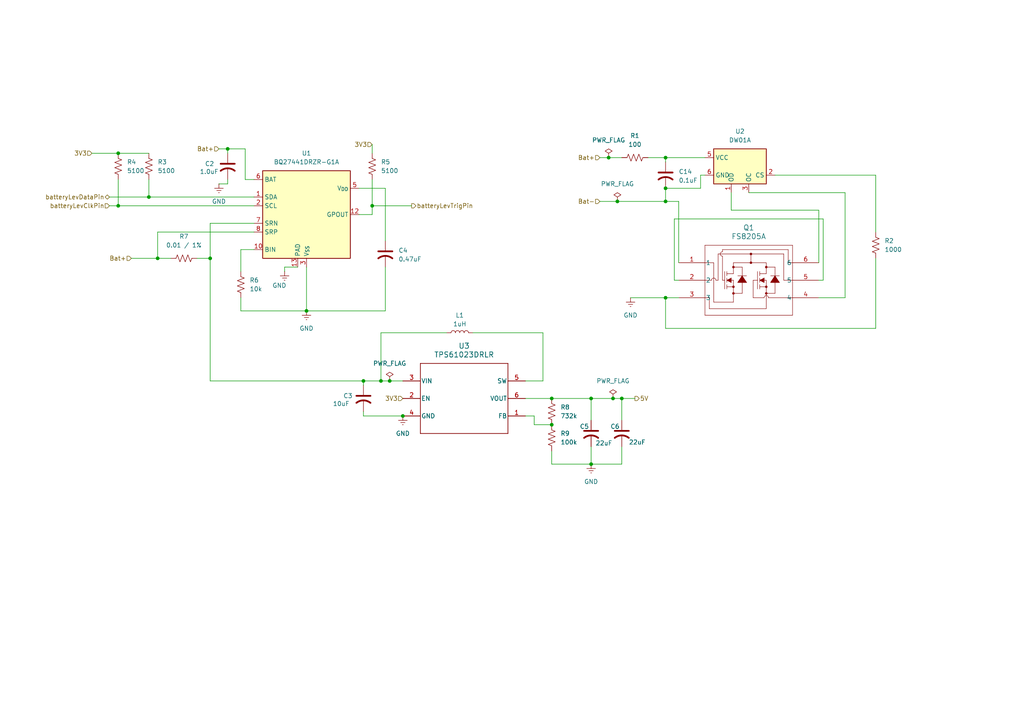
<source format=kicad_sch>
(kicad_sch (version 20250114) (generator "eeschema") (generator_version "9.0")
  (paper "A4")
  (lib_symbols
    (symbol "Battery_Management:BQ27441DRZR-G1A"
      (property "Reference" "U" (at -5.08 15.875 0))
      (property "Value" "BQ27441DRZR-G1A" (at -5.08 13.97 0))
      (symbol "BQ27441DRZR-G1A_0_1"
        (rectangle (start -12.7 12.7) (end 12.7 -12.7) (stroke (width 0.254)) (fill (type background)))
      )
      (symbol "BQ27441DRZR-G1A_1_1"
        (pin power_in line (at -15.24 10.16 0) (length 2.54) (name "BAT") (number "6"))
        (pin bidirectional line (at -15.24 5.08 0) (length 2.54) (name "SDA") (number "1"))
        (pin input line (at -15.24 2.54 0) (length 2.54) (name "SCL") (number "2"))
        (pin input line (at -15.24 -2.54 0) (length 2.54) (name "SRN") (number "7"))
        (pin input line (at -15.24 -5.08 0) (length 2.54) (name "SRP") (number "8"))
        (pin input line (at -15.24 -10.16 0) (length 2.54) (name "BIN") (number "10"))
        (pin power_in line (at -2.54 -15.24 90) (length 2.54) (name "PAD") (number "13"))
        (pin power_in line (at 0 -15.24 90) (length 2.54) (name "V_{SS}") (number "3"))
        (pin no_connect line (at 10.16 -2.54 180) (length 2.54) (hide yes) (name "NC") (number "11"))
        (pin no_connect line (at 10.16 -5.08 180) (length 2.54) (hide yes) (name "NC") (number "9"))
        (pin no_connect line (at 10.16 -7.62 180) (length 2.54) (hide yes) (name "NC") (number "4"))
        (pin power_out line (at 15.24 7.62 180) (length 2.54) (name "V_{DD}") (number "5"))
        (pin output line (at 15.24 0 180) (length 2.54) (name "GPOUT") (number "12"))
      )
    )
    (symbol "Battery_Management:DW01A"
      (property "Reference" "U2" (at 0 10.16 0))
      (property "Value" "DW01A" (at 0 7.62 0))
      (symbol "DW01A_0_1"
        (pin power_in line (at -10.16 -2.54 0) (length 2.54) (name "GND") (number "6"))
        (pin output line (at -2.54 -7.62 90) (length 2.54) (name "OD") (number "1"))
        (pin output line (at 2.54 -7.62 90) (length 2.54) (name "OC") (number "3"))
        (pin input line (at 10.16 -2.54 180) (length 2.54) (name "CS") (number "2"))
      )
      (symbol "DW01A_1_1"
        (rectangle (start -7.62 5.08) (end 7.62 -5.08) (stroke (width 0.254)) (fill (type background)))
        (pin passive line (at -10.16 2.54 0) (length 2.54) (name "VCC") (number "5"))
        (pin no_connect line (at 10.16 2.54 180) (length 2.54) (hide yes) (name "TD") (number "4"))
      )
    )
    (symbol "Device:C_US" (pin_numbers (hide yes)) (pin_names (offset 0.254) (hide yes))
      (property "Reference" "C" (at 0.635 2.54 0))
      (property "Value" "C_US" (at 0.635 -2.54 0))
      (symbol "C_US_0_1"
        (polyline (pts (xy -2.032 0.762) (xy 2.032 0.762)) (stroke (width 0.508)))
        (arc (start -2.032 -1.27) (mid 0 -0.5572) (end 2.032 -1.27) (stroke (width 0.508)))
      )
      (symbol "C_US_1_1"
        (pin passive line (at 0 3.81 270) (length 2.794) (name "~") (number "1"))
        (pin passive line (at 0 -3.81 90) (length 3.302) (name "~") (number "2"))
      )
    )
    (symbol "Device:L" (pin_numbers (hide yes)) (pin_names (offset 1.016) (hide yes))
      (property "Reference" "L" (at -1.27 0 90))
      (property "Value" "L" (at 1.905 0 90))
      (symbol "L_0_1"
        (arc (start 0 2.54) (mid 0.6323 1.905) (end 0 1.27))
        (arc (start 0 1.27) (mid 0.6323 0.635) (end 0 0))
        (arc (start 0 0) (mid 0.6323 -0.635) (end 0 -1.27))
        (arc (start 0 -1.27) (mid 0.6323 -1.905) (end 0 -2.54))
      )
      (symbol "L_1_1"
        (pin passive line (at 0 3.81 270) (length 1.27) (name "1") (number "1"))
        (pin passive line (at 0 -3.81 90) (length 1.27) (name "2") (number "2"))
      )
    )
    (symbol "Device:R_US" (pin_numbers (hide yes)) (pin_names (offset 0))
      (property "Reference" "R" (at 2.54 0 90))
      (property "Value" "R_US" (at -2.54 0 90))
      (symbol "R_US_0_1"
        (polyline (pts (xy 0 2.286) (xy 0 2.54)))
        (polyline (pts (xy 0 2.286) (xy 1.016 1.905) (xy 0 1.524) (xy -1.016 1.143) (xy 0 0.762)))
        (polyline (pts (xy 0 0.762) (xy 1.016 0.381) (xy 0 0) (xy -1.016 -0.381) (xy 0 -0.762)))
        (polyline (pts (xy 0 -0.762) (xy 1.016 -1.143) (xy 0 -1.524) (xy -1.016 -1.905) (xy 0 -2.286)))
        (polyline (pts (xy 0 -2.286) (xy 0 -2.54)))
      )
      (symbol "R_US_1_1"
        (pin passive line (at 0 3.81 270) (length 1.27) (name "~") (number "1"))
        (pin passive line (at 0 -3.81 90) (length 1.27) (name "~") (number "2"))
      )
    )
    (symbol "FS8205A:FS8205A" (pin_names (offset 0.254))
      (property "Reference" "Q1" (at 20.32 10.16 0))
      (property "Value" "FS8205A" (at 20.32 7.62 0))
      (symbol "FS8205A_0_1"
        (polyline (pts (xy 7.62 5.08) (xy 7.62 -15.24)) (stroke (width 0.127)))
        (polyline (pts (xy 7.62 0) (xy 10.16 0)) (stroke (width 0.127)))
        (polyline (pts (xy 7.62 -5.08) (xy 9.525 -5.08)) (stroke (width 0.127)))
        (polyline (pts (xy 7.62 -10.16) (xy 8.89 -10.16)) (stroke (width 0.127)))
        (polyline (pts (xy 7.62 -15.24) (xy 33.02 -15.24)) (stroke (width 0.127)))
        (polyline (pts (xy 8.89 -13.335) (xy 8.89 -10.16)) (stroke (width 0.127)))
        (polyline (pts (xy 8.89 -13.335) (xy 25.4 -13.335)) (stroke (width 0.127)))
        (polyline (pts (xy 10.16 0) (xy 10.16 -11.43)) (stroke (width 0.127)))
        (arc (start 9.525 -5.08) (mid 10.16 -4.4477) (end 10.795 -5.08) (stroke (width 0.127)))
        (polyline (pts (xy 10.16 -11.43) (xy 15.875 -11.43)) (stroke (width 0.127)))
        (polyline (pts (xy 10.795 -5.08) (xy 11.43 -5.08)) (stroke (width 0.127)))
        (polyline (pts (xy 11.43 2.54) (xy 30.48 2.54)) (stroke (width 0.127)))
        (polyline (pts (xy 11.43 -5.08) (xy 11.43 2.54)) (stroke (width 0.127)))
        (polyline (pts (xy 12.7 3.81) (xy 12.7 3.175)) (stroke (width 0.127)))
        (polyline (pts (xy 12.7 1.905) (xy 12.7 -5.08)) (stroke (width 0.127)))
        (polyline (pts (xy 12.7 -5.08) (xy 13.335 -5.08)) (stroke (width 0.127)))
        (arc (start 12.7 1.905) (mid 12.0677 2.54) (end 12.7 3.175) (stroke (width 0.127)))
        (polyline (pts (xy 13.335 -2.54) (xy 13.335 -7.62)) (stroke (width 0.127)))
        (polyline (pts (xy 13.97 -2.54) (xy 13.97 -3.81)) (stroke (width 0.127)))
        (polyline (pts (xy 13.97 -3.175) (xy 15.875 -3.175)) (stroke (width 0.127)))
        (polyline (pts (xy 13.97 -4.445) (xy 13.97 -5.715)) (stroke (width 0.127)))
        (polyline (pts (xy 13.97 -5.08) (xy 15.24 -4.445)) (stroke (width 0.127)))
        (polyline (pts (xy 13.97 -5.08) (xy 15.875 -5.08)) (stroke (width 0.127)))
        (polyline (pts (xy 13.97 -5.08) (xy 15.24 -5.715) (xy 15.24 -4.445)) (fill (type outline)))
        (polyline (pts (xy 13.97 -6.35) (xy 13.97 -7.62)) (stroke (width 0.127)))
        (polyline (pts (xy 13.97 -6.985) (xy 15.875 -6.985)) (stroke (width 0.127)))
        (polyline (pts (xy 15.24 -4.445) (xy 15.24 -5.715)) (stroke (width 0.127)))
        (polyline (pts (xy 15.24 -5.715) (xy 13.97 -5.08)) (stroke (width 0.127)))
        (polyline (pts (xy 15.875 0) (xy 15.875 -3.175)) (stroke (width 0.127)))
        (polyline (pts (xy 15.875 -1.27) (xy 18.415 -1.27)) (stroke (width 0.127)))
        (circle (center 15.875 -1.27) (radius 0.2032) (stroke (width 0.3048)))
        (polyline (pts (xy 15.875 -5.08) (xy 15.875 -11.43)) (stroke (width 0.127)))
        (circle (center 15.875 -6.985) (radius 0.2032) (stroke (width 0.3048)))
        (circle (center 15.875 -8.89) (radius 0.2032) (stroke (width 0.3048)))
        (polyline (pts (xy 17.145 -3.81) (xy 19.685 -3.81)) (stroke (width 0.127)))
        (polyline (pts (xy 17.145 -5.715) (xy 19.685 -5.715)) (stroke (width 0.127)))
        (polyline (pts (xy 18.415 -1.27) (xy 18.415 -8.89)) (stroke (width 0.127)))
        (polyline (pts (xy 18.415 -3.81) (xy 17.145 -5.715)) (stroke (width 0.127)))
        (polyline (pts (xy 18.415 -3.81) (xy 19.685 -5.715)) (stroke (width 0.127)))
        (polyline (pts (xy 18.415 -3.81) (xy 17.145 -5.715) (xy 19.685 -5.715)) (fill (type outline)))
        (polyline (pts (xy 18.415 -8.89) (xy 15.875 -8.89)) (stroke (width 0.127)))
        (circle (center 20.955 2.54) (radius 0.2032) (stroke (width 0.3048)))
        (polyline (pts (xy 20.955 0) (xy 20.955 2.54)) (stroke (width 0.127)))
        (circle (center 20.955 0) (radius 0.2032) (stroke (width 0.3048)))
        (polyline (pts (xy 21.59 -5.08) (xy 22.86 -5.08)) (stroke (width 0.127)))
        (polyline (pts (xy 21.59 -10.16) (xy 21.59 -5.08)) (stroke (width 0.127)))
        (polyline (pts (xy 21.59 -10.16) (xy 24.765 -10.16)) (stroke (width 0.127)))
        (polyline (pts (xy 22.86 -2.54) (xy 22.86 -7.62)) (stroke (width 0.127)))
        (polyline (pts (xy 23.495 -2.54) (xy 23.495 -3.81)) (stroke (width 0.127)))
        (polyline (pts (xy 23.495 -3.175) (xy 25.4 -3.175)) (stroke (width 0.127)))
        (polyline (pts (xy 23.495 -4.445) (xy 23.495 -5.715)) (stroke (width 0.127)))
        (polyline (pts (xy 23.495 -5.08) (xy 24.765 -4.445)) (stroke (width 0.127)))
        (polyline (pts (xy 23.495 -5.08) (xy 25.4 -5.08)) (stroke (width 0.127)))
        (polyline (pts (xy 23.495 -5.08) (xy 24.765 -5.715) (xy 24.765 -4.445)) (fill (type outline)))
        (polyline (pts (xy 23.495 -6.35) (xy 23.495 -7.62)) (stroke (width 0.127)))
        (polyline (pts (xy 23.495 -6.985) (xy 25.4 -6.985)) (stroke (width 0.127)))
        (polyline (pts (xy 24.765 -4.445) (xy 24.765 -5.715)) (stroke (width 0.127)))
        (polyline (pts (xy 24.765 -5.715) (xy 23.495 -5.08)) (stroke (width 0.127)))
        (polyline (pts (xy 25.4 0) (xy 15.875 0)) (stroke (width 0.127)))
        (polyline (pts (xy 25.4 0) (xy 25.4 -3.175)) (stroke (width 0.127)))
        (polyline (pts (xy 25.4 -1.27) (xy 27.94 -1.27)) (stroke (width 0.127)))
        (circle (center 25.4 -1.27) (radius 0.2032) (stroke (width 0.3048)))
        (polyline (pts (xy 25.4 -5.08) (xy 25.4 -13.335)) (stroke (width 0.127)))
        (circle (center 25.4 -6.985) (radius 0.2032) (stroke (width 0.3048)))
        (circle (center 25.4 -8.89) (radius 0.2032) (stroke (width 0.3048)))
        (arc (start 24.765 -10.16) (mid 25.4 -9.5277) (end 26.035 -10.16) (stroke (width 0.127)))
        (polyline (pts (xy 26.67 -3.81) (xy 29.21 -3.81)) (stroke (width 0.127)))
        (polyline (pts (xy 26.67 -5.715) (xy 29.21 -5.715)) (stroke (width 0.127)))
        (polyline (pts (xy 27.94 -1.27) (xy 27.94 -8.89)) (stroke (width 0.127)))
        (polyline (pts (xy 27.94 -3.81) (xy 26.67 -5.715)) (stroke (width 0.127)))
        (polyline (pts (xy 27.94 -3.81) (xy 29.21 -5.715)) (stroke (width 0.127)))
        (polyline (pts (xy 27.94 -3.81) (xy 26.67 -5.715) (xy 29.21 -5.715)) (fill (type outline)))
        (polyline (pts (xy 27.94 -8.89) (xy 25.4 -8.89)) (stroke (width 0.127)))
        (polyline (pts (xy 30.48 2.54) (xy 30.48 -5.08)) (stroke (width 0.127)))
        (polyline (pts (xy 30.48 -5.08) (xy 33.02 -5.08)) (stroke (width 0.127)))
        (polyline (pts (xy 31.75 3.81) (xy 12.7 3.81)) (stroke (width 0.127)))
        (polyline (pts (xy 31.75 3.81) (xy 31.75 0)) (stroke (width 0.127)))
        (polyline (pts (xy 33.02 5.08) (xy 7.62 5.08)) (stroke (width 0.127)))
        (polyline (pts (xy 33.02 0) (xy 31.75 0)) (stroke (width 0.127)))
        (polyline (pts (xy 33.02 -10.16) (xy 26.035 -10.16)) (stroke (width 0.127)))
        (polyline (pts (xy 33.02 -15.24) (xy 33.02 5.08)) (stroke (width 0.127)))
      )
      (symbol "FS8205A_1_1"
        (pin power_in line (at 0 0 0) (length 7.62) (name "1") (number "1"))
        (pin passive line (at 0 -5.08 0) (length 7.62) (name "2") (number "2"))
        (pin power_out line (at 0 -10.16 0) (length 7.62) (name "3") (number "3"))
        (pin input line (at 40.64 0 180) (length 7.62) (name "6") (number "6"))
        (pin passive line (at 40.64 -5.08 180) (length 7.62) (name "5") (number "5"))
        (pin input line (at 40.64 -10.16 180) (length 7.62) (name "4") (number "4"))
      )
    )
    (symbol "TPS61023:TPS61023DRLR" (pin_names (offset 0.254))
      (property "Reference" "U3" (at 0 15.24 0))
      (property "Value" "TPS61023DRLR" (at 0 12.7 0))
      (symbol "TPS61023DRLR_0_1"
        (polyline (pts (xy -12.7 10.16) (xy -12.7 -10.16)) (stroke (width 0.2032)))
        (polyline (pts (xy -12.7 -10.16) (xy 12.7 -10.16)) (stroke (width 0.2032)))
        (polyline (pts (xy 12.7 10.16) (xy -12.7 10.16)) (stroke (width 0.2032)))
        (polyline (pts (xy 12.7 -10.16) (xy 12.7 10.16)) (stroke (width 0.2032)))
        (pin power_in line (at -17.78 5.08 0) (length 5.08) (name "VIN") (number "3"))
        (pin input line (at -17.78 0 0) (length 5.08) (name "EN") (number "2"))
        (pin power_in line (at -17.78 -5.08 0) (length 5.08) (name "GND") (number "4"))
        (pin power_in line (at 17.78 0 180) (length 5.08) (name "VOUT") (number "6"))
        (pin input line (at 17.78 -5.08 180) (length 5.08) (name "FB") (number "1"))
      )
      (symbol "TPS61023DRLR_1_1"
        (pin passive line (at 17.78 5.08 180) (length 5.08) (name "SW") (number "5"))
      )
    )
    (symbol "power:GNDREF" (power) (pin_numbers (hide yes)) (pin_names (offset 0) (hide yes))
      (property "Value" "GNDREF" (at 0 -3.81 0))
      (symbol "GNDREF_0_1"
        (polyline (pts (xy -0.635 -1.905) (xy 0.635 -1.905)))
        (polyline (pts (xy -0.127 -2.54) (xy 0.127 -2.54)))
        (polyline (pts (xy 0 -1.27) (xy 0 0)))
        (polyline (pts (xy 1.27 -1.27) (xy -1.27 -1.27)))
      )
      (symbol "GNDREF_1_1"
        (pin power_in line (at 0 0 270) (length 0) (name "~") (number "1"))
      )
    )
    (symbol "power:PWR_FLAG" (power) (pin_numbers (hide yes)) (pin_names (offset 0) (hide yes))
      (property "Value" "PWR_FLAG" (at 0 3.81 0))
      (symbol "PWR_FLAG_0_0"
        (pin power_out line (at 0 0 90) (length 0) (name "~") (number "1"))
      )
      (symbol "PWR_FLAG_0_1"
        (polyline (pts (xy 0 0) (xy 0 1.27) (xy -1.016 1.905) (xy 0 2.54) (xy 1.016 1.905) (xy 0 1.27)))
      )
    )
  )
  (junction (at 179.07 58.42))
  (junction (at 193.04 58.42))
  (junction (at 110.49 110.49))
  (junction (at 160.02 115.57))
  (junction (at 34.29 59.69))
  (junction (at 66.04 43.18))
  (junction (at 116.84 120.65))
  (junction (at 45.72 74.93))
  (junction (at 43.18 57.15))
  (junction (at 113.03 110.49))
  (junction (at 60.96 74.93))
  (junction (at 177.8 115.57))
  (junction (at 171.45 115.57))
  (junction (at 193.04 54.61))
  (junction (at 193.04 86.36))
  (junction (at 34.29 44.45))
  (junction (at 88.9 90.17))
  (junction (at 105.41 110.49))
  (junction (at 193.04 45.72))
  (junction (at 176.53 45.72))
  (junction (at 107.95 59.69))
  (junction (at 160.02 123.19))
  (junction (at 171.45 134.62))
  (junction (at 180.34 115.57))
  (wire (pts (xy 57.15 74.93) (xy 60.96 74.93)))
  (wire (pts (xy 195.58 81.28) (xy 196.85 81.28)))
  (wire (pts (xy 193.04 86.36) (xy 196.85 86.36)))
  (wire (pts (xy 66.04 52.07) (xy 66.04 53.34)))
  (wire (pts (xy 129.54 96.52) (xy 110.49 96.52)))
  (wire (pts (xy 237.49 60.96) (xy 212.09 60.96)))
  (wire (pts (xy 237.49 86.36) (xy 245.11 86.36)))
  (wire (pts (xy 180.34 121.92) (xy 180.34 115.57)))
  (wire (pts (xy 43.18 57.15) (xy 31.75 57.15)))
  (wire (pts (xy 224.79 50.8) (xy 254 50.8)))
  (wire (pts (xy 66.04 53.34) (xy 63.5 53.34)))
  (wire (pts (xy 73.66 52.07) (xy 71.12 52.07)))
  (wire (pts (xy 60.96 74.93) (xy 60.96 110.49)))
  (wire (pts (xy 105.41 110.49) (xy 110.49 110.49)))
  (wire (pts (xy 110.49 110.49) (xy 113.03 110.49)))
  (wire (pts (xy 254 95.25) (xy 193.04 95.25)))
  (wire (pts (xy 179.07 58.42) (xy 193.04 58.42)))
  (wire (pts (xy 187.96 45.72) (xy 193.04 45.72)))
  (wire (pts (xy 173.99 45.72) (xy 176.53 45.72)))
  (wire (pts (xy 63.5 43.18) (xy 66.04 43.18)))
  (wire (pts (xy 193.04 45.72) (xy 193.04 46.99)))
  (wire (pts (xy 160.02 134.62) (xy 171.45 134.62)))
  (wire (pts (xy 66.04 43.18) (xy 66.04 44.45)))
  (wire (pts (xy 113.03 110.49) (xy 116.84 110.49)))
  (wire (pts (xy 193.04 95.25) (xy 193.04 86.36)))
  (wire (pts (xy 152.4 120.65) (xy 154.94 120.65)))
  (wire (pts (xy 111.76 54.61) (xy 111.76 69.85)))
  (wire (pts (xy 176.53 45.72) (xy 180.34 45.72)))
  (wire (pts (xy 245.11 86.36) (xy 245.11 55.88)))
  (wire (pts (xy 182.88 86.36) (xy 193.04 86.36)))
  (wire (pts (xy 154.94 123.19) (xy 160.02 123.19)))
  (wire (pts (xy 193.04 58.42) (xy 196.85 58.42)))
  (wire (pts (xy 203.2 50.8) (xy 203.2 54.61)))
  (wire (pts (xy 237.49 76.2) (xy 237.49 60.96)))
  (wire (pts (xy 193.04 54.61) (xy 193.04 58.42)))
  (wire (pts (xy 104.14 54.61) (xy 111.76 54.61)))
  (wire (pts (xy 173.99 58.42) (xy 179.07 58.42)))
  (wire (pts (xy 110.49 96.52) (xy 110.49 110.49)))
  (wire (pts (xy 204.47 50.8) (xy 203.2 50.8)))
  (wire (pts (xy 238.76 81.28) (xy 238.76 63.5)))
  (wire (pts (xy 107.95 41.91) (xy 107.95 44.45)))
  (wire (pts (xy 160.02 115.57) (xy 171.45 115.57)))
  (wire (pts (xy 171.45 129.54) (xy 171.45 134.62)))
  (wire (pts (xy 45.72 74.93) (xy 49.53 74.93)))
  (wire (pts (xy 217.17 55.88) (xy 245.11 55.88)))
  (wire (pts (xy 31.75 59.69) (xy 34.29 59.69)))
  (wire (pts (xy 212.09 55.88) (xy 212.09 60.96)))
  (wire (pts (xy 160.02 130.81) (xy 160.02 134.62)))
  (wire (pts (xy 26.67 44.45) (xy 34.29 44.45)))
  (wire (pts (xy 88.9 77.47) (xy 88.9 90.17)))
  (wire (pts (xy 107.95 59.69) (xy 119.38 59.69)))
  (wire (pts (xy 177.8 115.57) (xy 180.34 115.57)))
  (wire (pts (xy 38.1 74.93) (xy 45.72 74.93)))
  (wire (pts (xy 254 50.8) (xy 254 67.31)))
  (wire (pts (xy 238.76 63.5) (xy 195.58 63.5)))
  (wire (pts (xy 45.72 67.31) (xy 45.72 74.93)))
  (wire (pts (xy 73.66 67.31) (xy 45.72 67.31)))
  (wire (pts (xy 43.18 52.07) (xy 43.18 57.15)))
  (wire (pts (xy 60.96 64.77) (xy 60.96 74.93)))
  (wire (pts (xy 171.45 134.62) (xy 180.34 134.62)))
  (wire (pts (xy 73.66 72.39) (xy 69.85 72.39)))
  (wire (pts (xy 82.55 78.74) (xy 82.55 77.47)))
  (wire (pts (xy 180.34 115.57) (xy 184.15 115.57)))
  (wire (pts (xy 154.94 120.65) (xy 154.94 123.19)))
  (wire (pts (xy 105.41 110.49) (xy 105.41 111.76)))
  (wire (pts (xy 105.41 120.65) (xy 116.84 120.65)))
  (wire (pts (xy 137.16 96.52) (xy 157.48 96.52)))
  (wire (pts (xy 157.48 110.49) (xy 157.48 96.52)))
  (wire (pts (xy 69.85 72.39) (xy 69.85 78.74)))
  (wire (pts (xy 34.29 44.45) (xy 43.18 44.45)))
  (wire (pts (xy 180.34 129.54) (xy 180.34 134.62)))
  (wire (pts (xy 107.95 62.23) (xy 107.95 59.69)))
  (wire (pts (xy 203.2 54.61) (xy 193.04 54.61)))
  (wire (pts (xy 73.66 59.69) (xy 34.29 59.69)))
  (wire (pts (xy 171.45 121.92) (xy 171.45 115.57)))
  (wire (pts (xy 34.29 52.07) (xy 34.29 59.69)))
  (wire (pts (xy 104.14 62.23) (xy 107.95 62.23)))
  (wire (pts (xy 254 74.93) (xy 254 95.25)))
  (wire (pts (xy 66.04 43.18) (xy 71.12 43.18)))
  (wire (pts (xy 88.9 90.17) (xy 111.76 90.17)))
  (wire (pts (xy 69.85 86.36) (xy 69.85 90.17)))
  (wire (pts (xy 60.96 110.49) (xy 105.41 110.49)))
  (wire (pts (xy 73.66 57.15) (xy 43.18 57.15)))
  (wire (pts (xy 171.45 115.57) (xy 177.8 115.57)))
  (wire (pts (xy 82.55 77.47) (xy 86.36 77.47)))
  (wire (pts (xy 196.85 76.2) (xy 196.85 58.42)))
  (wire (pts (xy 69.85 90.17) (xy 88.9 90.17)))
  (wire (pts (xy 152.4 110.49) (xy 157.48 110.49)))
  (wire (pts (xy 237.49 81.28) (xy 238.76 81.28)))
  (wire (pts (xy 73.66 64.77) (xy 60.96 64.77)))
  (wire (pts (xy 152.4 115.57) (xy 160.02 115.57)))
  (wire (pts (xy 111.76 77.47) (xy 111.76 90.17)))
  (wire (pts (xy 193.04 45.72) (xy 204.47 45.72)))
  (wire (pts (xy 105.41 119.38) (xy 105.41 120.65)))
  (wire (pts (xy 195.58 63.5) (xy 195.58 81.28)))
  (wire (pts (xy 71.12 52.07) (xy 71.12 43.18)))
  (wire (pts (xy 107.95 59.69) (xy 107.95 52.07)))
  (hierarchical_label "Bat+" (shape input) (at 63.5 43.18 180))
  (hierarchical_label "batteryLevClkPin" (shape input) (at 31.75 59.69 180))
  (hierarchical_label "Bat+" (shape input) (at 173.99 45.72 180))
  (hierarchical_label "3V3" (shape input) (at 116.84 115.57 180))
  (hierarchical_label "5V" (shape output) (at 184.15 115.57 0))
  (hierarchical_label "3V3" (shape input) (at 107.95 41.91 180))
  (hierarchical_label "Bat-" (shape input) (at 173.99 58.42 180))
  (hierarchical_label "Bat+" (shape input) (at 38.1 74.93 180))
  (hierarchical_label "batteryLevDataPin" (shape bidirectional) (at 31.75 57.15 180))
  (hierarchical_label "batteryLevTrigPin" (shape output) (at 119.38 59.69 0))
  (hierarchical_label "3V3" (shape input) (at 26.67 44.45 180))
  (symbol (lib_id "power:GNDREF") (at 63.5 53.34 0) (unit 1)
    (property "Reference" "#PWR06" (effects (hide yes)))
    (property "Value" "GND" (at 63.5 58.42 0))
    (property "Description" "Power symbol creates a global label with name \"GNDREF\" , reference supply ground" (effects (hide yes)))
  )
  (symbol (lib_id "Device:C_US") (at 193.04 50.8 0) (unit 1)
    (property "Reference" "C14" (at 196.85 49.7839 0) (effects (justify left)))
    (property "Value" "0.1uF" (at 196.85 52.3239 0) (effects (justify left)))
    (property "Description" "capacitor, US symbol" (effects (hide yes)))
  )
  (symbol (lib_id "power:PWR_FLAG") (at 113.03 110.49 0) (unit 1)
    (property "Reference" "#FLG04" (effects (hide yes)))
    (property "Value" "PWR_FLAG" (at 113.03 105.41 0))
    (property "Description" "Special symbol for telling ERC where power comes from" (effects (hide yes)))
  )
  (symbol (lib_id "Device:R_US") (at 160.02 119.38 0) (unit 1)
    (property "Reference" "R8" (at 162.56 118.1099 0) (effects (justify left)))
    (property "Value" "732k" (at 162.56 120.6499 0) (effects (justify left)))
    (property "Description" "Resistor, US symbol" (effects (hide yes)))
  )
  (symbol (lib_id "power:PWR_FLAG") (at 179.07 58.42 0) (unit 1)
    (property "Reference" "#FLG02" (effects (hide yes)))
    (property "Value" "PWR_FLAG" (at 179.07 53.34 0))
    (property "Description" "Special symbol for telling ERC where power comes from" (effects (hide yes)))
  )
  (symbol (lib_id "Device:R_US") (at 184.15 45.72 270) (unit 1)
    (property "Reference" "R1" (at 184.15 39.37 90))
    (property "Value" "100" (at 184.15 41.91 90))
    (property "Description" "Resistor, US symbol" (effects (hide yes)))
  )
  (symbol (lib_id "Device:R_US") (at 43.18 48.26 0) (unit 1)
    (property "Reference" "R3" (at 45.72 46.9899 0) (effects (justify left)))
    (property "Value" "5100" (at 45.72 49.5299 0) (effects (justify left)))
    (property "Description" "Resistor, US symbol" (effects (hide yes)))
  )
  (symbol (lib_id "power:GNDREF") (at 171.45 134.62 0) (unit 1)
    (property "Reference" "#PWR04" (effects (hide yes)))
    (property "Value" "GND" (at 171.45 139.7 0))
    (property "Description" "Power symbol creates a global label with name \"GNDREF\" , reference supply ground" (effects (hide yes)))
  )
  (symbol (lib_id "Battery_Management:DW01A") (at 214.63 48.26 0) (unit 1)
    (property "Reference" "U2" (at 214.63 38.1 0))
    (property "Value" "DW01A" (at 214.63 40.64 0))
    (property "Footprint" "Package_TO_SOT_SMD:SOT-23-6" (effects (hide yes)))
    (property "Datasheet" "https://hmsemi.com/downfile/DW01A.PDF" (effects (hide yes)))
    (property "Description" "Overcharge, overcurrent and overdischarge protection IC for single cell lithium-ion/polymer battery" (effects (hide yes)))
  )
  (symbol (lib_id "Device:R_US") (at 254 71.12 0) (unit 1)
    (property "Reference" "R2" (at 256.54 69.8499 0) (effects (justify left)))
    (property "Value" "1000" (at 256.54 72.3899 0) (effects (justify left)))
    (property "Description" "Resistor, US symbol" (effects (hide yes)))
  )
  (symbol (lib_id "Device:C_US") (at 111.76 73.66 0) (unit 1)
    (property "Reference" "C4" (at 115.57 72.6439 0) (effects (justify left)))
    (property "Value" "0.47uF" (at 115.57 75.1839 0) (effects (justify left)))
    (property "Description" "capacitor, US symbol" (effects (hide yes)))
  )
  (symbol (lib_id "power:GNDREF") (at 88.9 90.17 0) (unit 1)
    (property "Reference" "#PWR01" (effects (hide yes)))
    (property "Value" "GND" (at 88.9 95.25 0))
    (property "Description" "Power symbol creates a global label with name \"GNDREF\" , reference supply ground" (effects (hide yes)))
  )
  (symbol (lib_id "power:PWR_FLAG") (at 177.8 115.57 0) (unit 1)
    (property "Reference" "#FLG03" (effects (hide yes)))
    (property "Value" "PWR_FLAG" (at 177.8 110.49 0))
    (property "Description" "Special symbol for telling ERC where power comes from" (effects (hide yes)))
  )
  (symbol (lib_id "FS8205A:FS8205A") (at 196.85 76.2 0) (unit 1)
    (property "Reference" "Q1" (at 217.17 66.04 0) (effects (font (size 1.524 1.524))))
    (property "Value" "FS8205A" (at 217.17 68.58 0) (effects (font (size 1.524 1.524))))
    (property "Footprint" "Fs8205a:SOT-23-6L_TCP" (effects (hide yes)))
    (property "Datasheet" "FS8205A" (effects (hide yes)))
  )
  (symbol (lib_id "Device:C_US") (at 180.34 125.73 0) (unit 1)
    (property "Reference" "C6" (at 177.038 123.698 0) (effects (justify left)))
    (property "Value" "22uF" (at 182.372 128.27 0) (effects (justify left)))
    (property "Description" "capacitor, US symbol" (effects (hide yes)))
  )
  (symbol (lib_id "Battery_Management:BQ27441DRZR-G1A") (at 88.9 62.23 0) (unit 1)
    (property "Reference" "U1" (at 88.9 44.45 0))
    (property "Value" "BQ27441DRZR-G1A" (at 88.9 46.99 0))
    (property "Footprint" "Package_SON:Texas_S-PDSO-N12" (effects (hide yes)))
    (property "Datasheet" "http://www.ti.com/lit/ds/symlink/bq27441-g1.pdf" (effects (hide yes)))
    (property "Description" "System Side Li Ion/Polymer Fuel Gauge, 4.2V, PDSON-12" (effects (hide yes)))
  )
  (symbol (lib_id "Device:C_US") (at 66.04 48.26 0) (unit 1)
    (property "Reference" "C2" (at 59.436 47.498 0) (effects (justify left)))
    (property "Value" "1.0uF" (at 57.912 49.784 0) (effects (justify left)))
    (property "Description" "capacitor, US symbol" (effects (hide yes)))
  )
  (symbol (lib_id "power:GNDREF") (at 82.55 78.74 0) (unit 1)
    (property "Reference" "#PWR02" (effects (hide yes)))
    (property "Value" "GND" (at 81.026 82.804 0))
    (property "Description" "Power symbol creates a global label with name \"GNDREF\" , reference supply ground" (effects (hide yes)))
  )
  (symbol (lib_id "Device:L") (at 133.35 96.52 90) (unit 1)
    (property "Reference" "L1" (at 133.35 91.44 90))
    (property "Value" "1uH" (at 133.35 93.98 90))
    (property "Description" "Inductor" (effects (hide yes)))
  )
  (symbol (lib_id "power:PWR_FLAG") (at 176.53 45.72 0) (unit 1)
    (property "Reference" "#FLG01" (effects (hide yes)))
    (property "Value" "PWR_FLAG" (at 176.53 40.64 0))
    (property "Description" "Special symbol for telling ERC where power comes from" (effects (hide yes)))
  )
  (symbol (lib_id "Device:R_US") (at 53.34 74.93 270) (unit 1)
    (property "Reference" "R7" (at 53.34 68.58 90))
    (property "Value" "0.01 / 1%" (at 53.34 71.12 90))
    (property "Description" "Resistor, US symbol" (effects (hide yes)))
  )
  (symbol (lib_id "Device:C_US") (at 171.45 125.73 0) (unit 1)
    (property "Reference" "C5" (at 168.148 123.698 0) (effects (justify left)))
    (property "Value" "22uF" (at 172.72 128.524 0) (effects (justify left)))
    (property "Description" "capacitor, US symbol" (effects (hide yes)))
  )
  (symbol (lib_id "Device:C_US") (at 105.41 115.57 0) (unit 1)
    (property "Reference" "C3" (at 99.568 114.808 0) (effects (justify left)))
    (property "Value" "10uF" (at 96.52 117.094 0) (effects (justify left)))
    (property "Description" "capacitor, US symbol" (effects (hide yes)))
  )
  (symbol (lib_id "Device:R_US") (at 160.02 127 0) (unit 1)
    (property "Reference" "R9" (at 162.56 125.7299 0) (effects (justify left)))
    (property "Value" "100k" (at 162.56 128.2699 0) (effects (justify left)))
    (property "Description" "Resistor, US symbol" (effects (hide yes)))
  )
  (symbol (lib_id "Device:R_US") (at 107.95 48.26 0) (unit 1)
    (property "Reference" "R5" (at 110.49 46.9899 0) (effects (justify left)))
    (property "Value" "5100" (at 110.49 49.5299 0) (effects (justify left)))
    (property "Description" "Resistor, US symbol" (effects (hide yes)))
  )
  (symbol (lib_id "TPS61023:TPS61023DRLR") (at 134.62 115.57 0) (unit 1)
    (property "Reference" "U3" (at 134.62 100.33 0) (effects (font (size 1.524 1.524))))
    (property "Value" "TPS61023DRLR" (at 134.62 102.87 0) (effects (font (size 1.524 1.524))))
    (property "Footprint" "TPS61023:DRL0006A" (effects (hide yes)))
    (property "Datasheet" "https://www.ti.com/lit/gpn/tps61023" (effects (hide yes)))
  )
  (symbol (lib_id "Device:R_US") (at 34.29 48.26 0) (unit 1)
    (property "Reference" "R4" (at 36.83 46.9899 0) (effects (justify left)))
    (property "Value" "5100" (at 36.83 49.5299 0) (effects (justify left)))
    (property "Description" "Resistor, US symbol" (effects (hide yes)))
  )
  (symbol (lib_id "power:GNDREF") (at 182.88 86.36 0) (unit 1)
    (property "Reference" "#PWR05" (effects (hide yes)))
    (property "Value" "GND" (at 182.88 91.44 0))
    (property "Description" "Power symbol creates a global label with name \"GNDREF\" , reference supply ground" (effects (hide yes)))
  )
  (symbol (lib_id "Device:R_US") (at 69.85 82.55 0) (unit 1)
    (property "Reference" "R6" (at 72.39 81.2799 0) (effects (justify left)))
    (property "Value" "10k" (at 72.39 83.8199 0) (effects (justify left)))
    (property "Description" "Resistor, US symbol" (effects (hide yes)))
  )
  (symbol (lib_id "power:GNDREF") (at 116.84 120.65 0) (unit 1)
    (property "Reference" "#PWR03" (effects (hide yes)))
    (property "Value" "GND" (at 116.84 125.73 0))
    (property "Description" "Power symbol creates a global label with name \"GNDREF\" , reference supply ground" (effects (hide yes)))
  )
)
</source>
